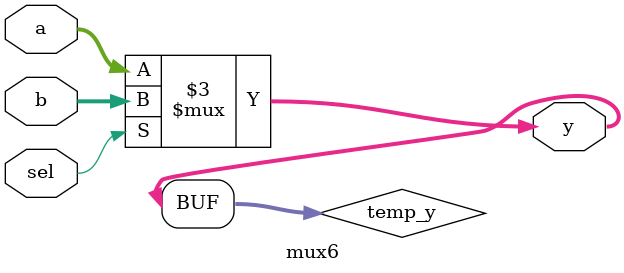
<source format=v>
module mux6 (input [3:0] a, b, input sel,
                    output [3:0] y);

    reg [3:0] temp_y;

    always @(*) begin
        if (sel)
            temp_y = b;
        else
            temp_y = a;
    end

    assign y = temp_y;

endmodule
</source>
